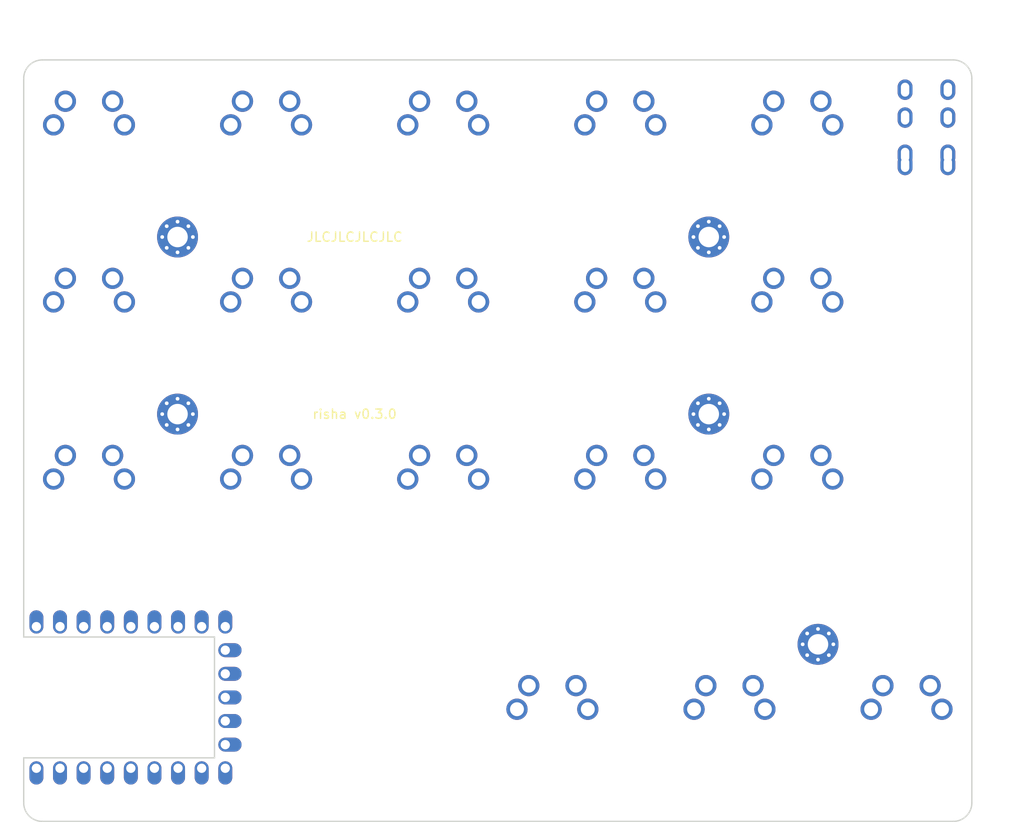
<source format=kicad_pcb>

            
(kicad_pcb (version 20171130) (host pcbnew 5.1.6)

  (page A3)
  (title_block
    (title risha)
    (rev v1.0.0)
    (company Unknown)
  )

  (general
    (thickness 1.6)
  )

  (layers
    (0 F.Cu signal)
    (31 B.Cu signal)
    (32 B.Adhes user)
    (33 F.Adhes user)
    (34 B.Paste user)
    (35 F.Paste user)
    (36 B.SilkS user)
    (37 F.SilkS user)
    (38 B.Mask user)
    (39 F.Mask user)
    (40 Dwgs.User user)
    (41 Cmts.User user)
    (42 Eco1.User user)
    (43 Eco2.User user)
    (44 Edge.Cuts user)
    (45 Margin user)
    (46 B.CrtYd user)
    (47 F.CrtYd user)
    (48 B.Fab user)
    (49 F.Fab user)
  )

  (setup
    (last_trace_width 0.25)
    (trace_clearance 0.2)
    (zone_clearance 0.508)
    (zone_45_only no)
    (trace_min 0.2)
    (via_size 0.8)
    (via_drill 0.4)
    (via_min_size 0.4)
    (via_min_drill 0.3)
    (uvia_size 0.3)
    (uvia_drill 0.1)
    (uvias_allowed no)
    (uvia_min_size 0.2)
    (uvia_min_drill 0.1)
    (edge_width 0.05)
    (segment_width 0.2)
    (pcb_text_width 0.3)
    (pcb_text_size 1.5 1.5)
    (mod_edge_width 0.12)
    (mod_text_size 1 1)
    (mod_text_width 0.15)
    (pad_size 1.524 1.524)
    (pad_drill 0.762)
    (pad_to_mask_clearance 0.05)
    (aux_axis_origin 0 0)
    (visible_elements FFFFFF7F)
    (pcbplotparams
      (layerselection 0x010fc_ffffffff)
      (usegerberextensions false)
      (usegerberattributes true)
      (usegerberadvancedattributes true)
      (creategerberjobfile true)
      (excludeedgelayer true)
      (linewidth 0.100000)
      (plotframeref false)
      (viasonmask false)
      (mode 1)
      (useauxorigin false)
      (hpglpennumber 1)
      (hpglpenspeed 20)
      (hpglpendiameter 15.000000)
      (psnegative false)
      (psa4output false)
      (plotreference true)
      (plotvalue true)
      (plotinvisibletext false)
      (padsonsilk false)
      (subtractmaskfromsilk false)
      (outputformat 1)
      (mirror false)
      (drillshape 1)
      (scaleselection 1)
      (outputdirectory ""))
  )

            (net 0 "")
(net 1 "matrix_pinky_bottom")
(net 2 "GND")
(net 3 "matrix_pinky_home")
(net 4 "matrix_pinky_top")
(net 5 "matrix_ring_bottom")
(net 6 "matrix_ring_home")
(net 7 "matrix_ring_top")
(net 8 "matrix_middle_bottom")
(net 9 "matrix_middle_home")
(net 10 "matrix_middle_top")
(net 11 "matrix_index_bottom")
(net 12 "matrix_index_home")
(net 13 "matrix_index_top")
(net 14 "matrix_inner_bottom")
(net 15 "matrix_inner_home")
(net 16 "matrix_inner_top")
(net 17 "thumbfan_near_home")
(net 18 "thumbfan_middle_home")
(net 19 "thumbfan_far_home")
(net 20 "GP12")
(net 21 "GP29")
(net 22 "3V3")
(net 23 "5V")
            
  (net_class Default "This is the default net class."
    (clearance 0.2)
    (trace_width 0.25)
    (via_dia 0.8)
    (via_drill 0.4)
    (uvia_dia 0.3)
    (uvia_drill 0.1)
    (add_net "")
(add_net "matrix_pinky_bottom")
(add_net "GND")
(add_net "matrix_pinky_home")
(add_net "matrix_pinky_top")
(add_net "matrix_ring_bottom")
(add_net "matrix_ring_home")
(add_net "matrix_ring_top")
(add_net "matrix_middle_bottom")
(add_net "matrix_middle_home")
(add_net "matrix_middle_top")
(add_net "matrix_index_bottom")
(add_net "matrix_index_home")
(add_net "matrix_index_top")
(add_net "matrix_inner_bottom")
(add_net "matrix_inner_home")
(add_net "matrix_inner_top")
(add_net "thumbfan_near_home")
(add_net "thumbfan_middle_home")
(add_net "thumbfan_far_home")
(add_net "GP12")
(add_net "GP29")
(add_net "3V3")
(add_net "5V")
  )

            
        
      (module MX (layer F.Cu) (tedit 5DD4F656)
      (at 152.4 152.4 0)

      
      (fp_text reference "S1" (at 0 0) (layer F.SilkS) hide (effects (font (size 1.27 1.27) (thickness 0.15))))
      (fp_text value "" (at 0 0) (layer F.SilkS) hide (effects (font (size 1.27 1.27) (thickness 0.15))))

      
      (fp_line (start -7 -6) (end -7 -7) (layer Dwgs.User) (width 0.15))
      (fp_line (start -7 7) (end -6 7) (layer Dwgs.User) (width 0.15))
      (fp_line (start -6 -7) (end -7 -7) (layer Dwgs.User) (width 0.15))
      (fp_line (start -7 7) (end -7 6) (layer Dwgs.User) (width 0.15))
      (fp_line (start 7 6) (end 7 7) (layer Dwgs.User) (width 0.15))
      (fp_line (start 7 -7) (end 6 -7) (layer Dwgs.User) (width 0.15))
      (fp_line (start 6 7) (end 7 7) (layer Dwgs.User) (width 0.15))
      (fp_line (start 7 -7) (end 7 -6) (layer Dwgs.User) (width 0.15))
    
      
      (pad "" np_thru_hole circle (at 0 0) (size 3.9878 3.9878) (drill 3.9878) (layers *.Cu *.Mask))

      
      (pad "" np_thru_hole circle (at 5.08 0) (size 1.7018 1.7018) (drill 1.7018) (layers *.Cu *.Mask))
      (pad "" np_thru_hole circle (at -5.08 0) (size 1.7018 1.7018) (drill 1.7018) (layers *.Cu *.Mask))
      
        
      
      (fp_line (start -9.5 -9.5) (end 9.5 -9.5) (layer Dwgs.User) (width 0.15))
      (fp_line (start 9.5 -9.5) (end 9.5 9.5) (layer Dwgs.User) (width 0.15))
      (fp_line (start 9.5 9.5) (end -9.5 9.5) (layer Dwgs.User) (width 0.15))
      (fp_line (start -9.5 9.5) (end -9.5 -9.5) (layer Dwgs.User) (width 0.15))
      
        
            
            (pad 1 thru_hole circle (at 2.54 -5.08) (size 2.286 2.286) (drill 1.4986) (layers *.Cu *.Mask) (net 1 "matrix_pinky_bottom"))
            (pad 2 thru_hole circle (at -3.81 -2.54) (size 2.286 2.286) (drill 1.4986) (layers *.Cu *.Mask) (net 2 "GND"))
          
        
            
            (pad 1 thru_hole circle (at -2.54 -5.08) (size 2.286 2.286) (drill 1.4986) (layers *.Cu *.Mask) (net 1 "matrix_pinky_bottom"))
            (pad 2 thru_hole circle (at 3.81 -2.54) (size 2.286 2.286) (drill 1.4986) (layers *.Cu *.Mask) (net 2 "GND"))
          )
        

        
      (module MX (layer F.Cu) (tedit 5DD4F656)
      (at 152.4 133.35 0)

      
      (fp_text reference "S2" (at 0 0) (layer F.SilkS) hide (effects (font (size 1.27 1.27) (thickness 0.15))))
      (fp_text value "" (at 0 0) (layer F.SilkS) hide (effects (font (size 1.27 1.27) (thickness 0.15))))

      
      (fp_line (start -7 -6) (end -7 -7) (layer Dwgs.User) (width 0.15))
      (fp_line (start -7 7) (end -6 7) (layer Dwgs.User) (width 0.15))
      (fp_line (start -6 -7) (end -7 -7) (layer Dwgs.User) (width 0.15))
      (fp_line (start -7 7) (end -7 6) (layer Dwgs.User) (width 0.15))
      (fp_line (start 7 6) (end 7 7) (layer Dwgs.User) (width 0.15))
      (fp_line (start 7 -7) (end 6 -7) (layer Dwgs.User) (width 0.15))
      (fp_line (start 6 7) (end 7 7) (layer Dwgs.User) (width 0.15))
      (fp_line (start 7 -7) (end 7 -6) (layer Dwgs.User) (width 0.15))
    
      
      (pad "" np_thru_hole circle (at 0 0) (size 3.9878 3.9878) (drill 3.9878) (layers *.Cu *.Mask))

      
      (pad "" np_thru_hole circle (at 5.08 0) (size 1.7018 1.7018) (drill 1.7018) (layers *.Cu *.Mask))
      (pad "" np_thru_hole circle (at -5.08 0) (size 1.7018 1.7018) (drill 1.7018) (layers *.Cu *.Mask))
      
        
      
      (fp_line (start -9.5 -9.5) (end 9.5 -9.5) (layer Dwgs.User) (width 0.15))
      (fp_line (start 9.5 -9.5) (end 9.5 9.5) (layer Dwgs.User) (width 0.15))
      (fp_line (start 9.5 9.5) (end -9.5 9.5) (layer Dwgs.User) (width 0.15))
      (fp_line (start -9.5 9.5) (end -9.5 -9.5) (layer Dwgs.User) (width 0.15))
      
        
            
            (pad 1 thru_hole circle (at 2.54 -5.08) (size 2.286 2.286) (drill 1.4986) (layers *.Cu *.Mask) (net 3 "matrix_pinky_home"))
            (pad 2 thru_hole circle (at -3.81 -2.54) (size 2.286 2.286) (drill 1.4986) (layers *.Cu *.Mask) (net 2 "GND"))
          
        
            
            (pad 1 thru_hole circle (at -2.54 -5.08) (size 2.286 2.286) (drill 1.4986) (layers *.Cu *.Mask) (net 3 "matrix_pinky_home"))
            (pad 2 thru_hole circle (at 3.81 -2.54) (size 2.286 2.286) (drill 1.4986) (layers *.Cu *.Mask) (net 2 "GND"))
          )
        

        
      (module MX (layer F.Cu) (tedit 5DD4F656)
      (at 152.4 114.3 0)

      
      (fp_text reference "S3" (at 0 0) (layer F.SilkS) hide (effects (font (size 1.27 1.27) (thickness 0.15))))
      (fp_text value "" (at 0 0) (layer F.SilkS) hide (effects (font (size 1.27 1.27) (thickness 0.15))))

      
      (fp_line (start -7 -6) (end -7 -7) (layer Dwgs.User) (width 0.15))
      (fp_line (start -7 7) (end -6 7) (layer Dwgs.User) (width 0.15))
      (fp_line (start -6 -7) (end -7 -7) (layer Dwgs.User) (width 0.15))
      (fp_line (start -7 7) (end -7 6) (layer Dwgs.User) (width 0.15))
      (fp_line (start 7 6) (end 7 7) (layer Dwgs.User) (width 0.15))
      (fp_line (start 7 -7) (end 6 -7) (layer Dwgs.User) (width 0.15))
      (fp_line (start 6 7) (end 7 7) (layer Dwgs.User) (width 0.15))
      (fp_line (start 7 -7) (end 7 -6) (layer Dwgs.User) (width 0.15))
    
      
      (pad "" np_thru_hole circle (at 0 0) (size 3.9878 3.9878) (drill 3.9878) (layers *.Cu *.Mask))

      
      (pad "" np_thru_hole circle (at 5.08 0) (size 1.7018 1.7018) (drill 1.7018) (layers *.Cu *.Mask))
      (pad "" np_thru_hole circle (at -5.08 0) (size 1.7018 1.7018) (drill 1.7018) (layers *.Cu *.Mask))
      
        
      
      (fp_line (start -9.5 -9.5) (end 9.5 -9.5) (layer Dwgs.User) (width 0.15))
      (fp_line (start 9.5 -9.5) (end 9.5 9.5) (layer Dwgs.User) (width 0.15))
      (fp_line (start 9.5 9.5) (end -9.5 9.5) (layer Dwgs.User) (width 0.15))
      (fp_line (start -9.5 9.5) (end -9.5 -9.5) (layer Dwgs.User) (width 0.15))
      
        
            
            (pad 1 thru_hole circle (at 2.54 -5.08) (size 2.286 2.286) (drill 1.4986) (layers *.Cu *.Mask) (net 4 "matrix_pinky_top"))
            (pad 2 thru_hole circle (at -3.81 -2.54) (size 2.286 2.286) (drill 1.4986) (layers *.Cu *.Mask) (net 2 "GND"))
          
        
            
            (pad 1 thru_hole circle (at -2.54 -5.08) (size 2.286 2.286) (drill 1.4986) (layers *.Cu *.Mask) (net 4 "matrix_pinky_top"))
            (pad 2 thru_hole circle (at 3.81 -2.54) (size 2.286 2.286) (drill 1.4986) (layers *.Cu *.Mask) (net 2 "GND"))
          )
        

        
      (module MX (layer F.Cu) (tedit 5DD4F656)
      (at 171.45000000000002 152.4 0)

      
      (fp_text reference "S4" (at 0 0) (layer F.SilkS) hide (effects (font (size 1.27 1.27) (thickness 0.15))))
      (fp_text value "" (at 0 0) (layer F.SilkS) hide (effects (font (size 1.27 1.27) (thickness 0.15))))

      
      (fp_line (start -7 -6) (end -7 -7) (layer Dwgs.User) (width 0.15))
      (fp_line (start -7 7) (end -6 7) (layer Dwgs.User) (width 0.15))
      (fp_line (start -6 -7) (end -7 -7) (layer Dwgs.User) (width 0.15))
      (fp_line (start -7 7) (end -7 6) (layer Dwgs.User) (width 0.15))
      (fp_line (start 7 6) (end 7 7) (layer Dwgs.User) (width 0.15))
      (fp_line (start 7 -7) (end 6 -7) (layer Dwgs.User) (width 0.15))
      (fp_line (start 6 7) (end 7 7) (layer Dwgs.User) (width 0.15))
      (fp_line (start 7 -7) (end 7 -6) (layer Dwgs.User) (width 0.15))
    
      
      (pad "" np_thru_hole circle (at 0 0) (size 3.9878 3.9878) (drill 3.9878) (layers *.Cu *.Mask))

      
      (pad "" np_thru_hole circle (at 5.08 0) (size 1.7018 1.7018) (drill 1.7018) (layers *.Cu *.Mask))
      (pad "" np_thru_hole circle (at -5.08 0) (size 1.7018 1.7018) (drill 1.7018) (layers *.Cu *.Mask))
      
        
      
      (fp_line (start -9.5 -9.5) (end 9.5 -9.5) (layer Dwgs.User) (width 0.15))
      (fp_line (start 9.5 -9.5) (end 9.5 9.5) (layer Dwgs.User) (width 0.15))
      (fp_line (start 9.5 9.5) (end -9.5 9.5) (layer Dwgs.User) (width 0.15))
      (fp_line (start -9.5 9.5) (end -9.5 -9.5) (layer Dwgs.User) (width 0.15))
      
        
            
            (pad 1 thru_hole circle (at 2.54 -5.08) (size 2.286 2.286) (drill 1.4986) (layers *.Cu *.Mask) (net 5 "matrix_ring_bottom"))
            (pad 2 thru_hole circle (at -3.81 -2.54) (size 2.286 2.286) (drill 1.4986) (layers *.Cu *.Mask) (net 2 "GND"))
          
        
            
            (pad 1 thru_hole circle (at -2.54 -5.08) (size 2.286 2.286) (drill 1.4986) (layers *.Cu *.Mask) (net 5 "matrix_ring_bottom"))
            (pad 2 thru_hole circle (at 3.81 -2.54) (size 2.286 2.286) (drill 1.4986) (layers *.Cu *.Mask) (net 2 "GND"))
          )
        

        
      (module MX (layer F.Cu) (tedit 5DD4F656)
      (at 171.45000000000002 133.35 0)

      
      (fp_text reference "S5" (at 0 0) (layer F.SilkS) hide (effects (font (size 1.27 1.27) (thickness 0.15))))
      (fp_text value "" (at 0 0) (layer F.SilkS) hide (effects (font (size 1.27 1.27) (thickness 0.15))))

      
      (fp_line (start -7 -6) (end -7 -7) (layer Dwgs.User) (width 0.15))
      (fp_line (start -7 7) (end -6 7) (layer Dwgs.User) (width 0.15))
      (fp_line (start -6 -7) (end -7 -7) (layer Dwgs.User) (width 0.15))
      (fp_line (start -7 7) (end -7 6) (layer Dwgs.User) (width 0.15))
      (fp_line (start 7 6) (end 7 7) (layer Dwgs.User) (width 0.15))
      (fp_line (start 7 -7) (end 6 -7) (layer Dwgs.User) (width 0.15))
      (fp_line (start 6 7) (end 7 7) (layer Dwgs.User) (width 0.15))
      (fp_line (start 7 -7) (end 7 -6) (layer Dwgs.User) (width 0.15))
    
      
      (pad "" np_thru_hole circle (at 0 0) (size 3.9878 3.9878) (drill 3.9878) (layers *.Cu *.Mask))

      
      (pad "" np_thru_hole circle (at 5.08 0) (size 1.7018 1.7018) (drill 1.7018) (layers *.Cu *.Mask))
      (pad "" np_thru_hole circle (at -5.08 0) (size 1.7018 1.7018) (drill 1.7018) (layers *.Cu *.Mask))
      
        
      
      (fp_line (start -9.5 -9.5) (end 9.5 -9.5) (layer Dwgs.User) (width 0.15))
      (fp_line (start 9.5 -9.5) (end 9.5 9.5) (layer Dwgs.User) (width 0.15))
      (fp_line (start 9.5 9.5) (end -9.5 9.5) (layer Dwgs.User) (width 0.15))
      (fp_line (start -9.5 9.5) (end -9.5 -9.5) (layer Dwgs.User) (width 0.15))
      
        
            
            (pad 1 thru_hole circle (at 2.54 -5.08) (size 2.286 2.286) (drill 1.4986) (layers *.Cu *.Mask) (net 6 "matrix_ring_home"))
            (pad 2 thru_hole circle (at -3.81 -2.54) (size 2.286 2.286) (drill 1.4986) (layers *.Cu *.Mask) (net 2 "GND"))
          
        
            
            (pad 1 thru_hole circle (at -2.54 -5.08) (size 2.286 2.286) (drill 1.4986) (layers *.Cu *.Mask) (net 6 "matrix_ring_home"))
            (pad 2 thru_hole circle (at 3.81 -2.54) (size 2.286 2.286) (drill 1.4986) (layers *.Cu *.Mask) (net 2 "GND"))
          )
        

        
      (module MX (layer F.Cu) (tedit 5DD4F656)
      (at 171.45000000000002 114.3 0)

      
      (fp_text reference "S6" (at 0 0) (layer F.SilkS) hide (effects (font (size 1.27 1.27) (thickness 0.15))))
      (fp_text value "" (at 0 0) (layer F.SilkS) hide (effects (font (size 1.27 1.27) (thickness 0.15))))

      
      (fp_line (start -7 -6) (end -7 -7) (layer Dwgs.User) (width 0.15))
      (fp_line (start -7 7) (end -6 7) (layer Dwgs.User) (width 0.15))
      (fp_line (start -6 -7) (end -7 -7) (layer Dwgs.User) (width 0.15))
      (fp_line (start -7 7) (end -7 6) (layer Dwgs.User) (width 0.15))
      (fp_line (start 7 6) (end 7 7) (layer Dwgs.User) (width 0.15))
      (fp_line (start 7 -7) (end 6 -7) (layer Dwgs.User) (width 0.15))
      (fp_line (start 6 7) (end 7 7) (layer Dwgs.User) (width 0.15))
      (fp_line (start 7 -7) (end 7 -6) (layer Dwgs.User) (width 0.15))
    
      
      (pad "" np_thru_hole circle (at 0 0) (size 3.9878 3.9878) (drill 3.9878) (layers *.Cu *.Mask))

      
      (pad "" np_thru_hole circle (at 5.08 0) (size 1.7018 1.7018) (drill 1.7018) (layers *.Cu *.Mask))
      (pad "" np_thru_hole circle (at -5.08 0) (size 1.7018 1.7018) (drill 1.7018) (layers *.Cu *.Mask))
      
        
      
      (fp_line (start -9.5 -9.5) (end 9.5 -9.5) (layer Dwgs.User) (width 0.15))
      (fp_line (start 9.5 -9.5) (end 9.5 9.5) (layer Dwgs.User) (width 0.15))
      (fp_line (start 9.5 9.5) (end -9.5 9.5) (layer Dwgs.User) (width 0.15))
      (fp_line (start -9.5 9.5) (end -9.5 -9.5) (layer Dwgs.User) (width 0.15))
      
        
            
            (pad 1 thru_hole circle (at 2.54 -5.08) (size 2.286 2.286) (drill 1.4986) (layers *.Cu *.Mask) (net 7 "matrix_ring_top"))
            (pad 2 thru_hole circle (at -3.81 -2.54) (size 2.286 2.286) (drill 1.4986) (layers *.Cu *.Mask) (net 2 "GND"))
          
        
            
            (pad 1 thru_hole circle (at -2.54 -5.08) (size 2.286 2.286) (drill 1.4986) (layers *.Cu *.Mask) (net 7 "matrix_ring_top"))
            (pad 2 thru_hole circle (at 3.81 -2.54) (size 2.286 2.286) (drill 1.4986) (layers *.Cu *.Mask) (net 2 "GND"))
          )
        

        
      (module MX (layer F.Cu) (tedit 5DD4F656)
      (at 190.5 152.4 0)

      
      (fp_text reference "S7" (at 0 0) (layer F.SilkS) hide (effects (font (size 1.27 1.27) (thickness 0.15))))
      (fp_text value "" (at 0 0) (layer F.SilkS) hide (effects (font (size 1.27 1.27) (thickness 0.15))))

      
      (fp_line (start -7 -6) (end -7 -7) (layer Dwgs.User) (width 0.15))
      (fp_line (start -7 7) (end -6 7) (layer Dwgs.User) (width 0.15))
      (fp_line (start -6 -7) (end -7 -7) (layer Dwgs.User) (width 0.15))
      (fp_line (start -7 7) (end -7 6) (layer Dwgs.User) (width 0.15))
      (fp_line (start 7 6) (end 7 7) (layer Dwgs.User) (width 0.15))
      (fp_line (start 7 -7) (end 6 -7) (layer Dwgs.User) (width 0.15))
      (fp_line (start 6 7) (end 7 7) (layer Dwgs.User) (width 0.15))
      (fp_line (start 7 -7) (end 7 -6) (layer Dwgs.User) (width 0.15))
    
      
      (pad "" np_thru_hole circle (at 0 0) (size 3.9878 3.9878) (drill 3.9878) (layers *.Cu *.Mask))

      
      (pad "" np_thru_hole circle (at 5.08 0) (size 1.7018 1.7018) (drill 1.7018) (layers *.Cu *.Mask))
      (pad "" np_thru_hole circle (at -5.08 0) (size 1.7018 1.7018) (drill 1.7018) (layers *.Cu *.Mask))
      
        
      
      (fp_line (start -9.5 -9.5) (end 9.5 -9.5) (layer Dwgs.User) (width 0.15))
      (fp_line (start 9.5 -9.5) (end 9.5 9.5) (layer Dwgs.User) (width 0.15))
      (fp_line (start 9.5 9.5) (end -9.5 9.5) (layer Dwgs.User) (width 0.15))
      (fp_line (start -9.5 9.5) (end -9.5 -9.5) (layer Dwgs.User) (width 0.15))
      
        
            
            (pad 1 thru_hole circle (at 2.54 -5.08) (size 2.286 2.286) (drill 1.4986) (layers *.Cu *.Mask) (net 8 "matrix_middle_bottom"))
            (pad 2 thru_hole circle (at -3.81 -2.54) (size 2.286 2.286) (drill 1.4986) (layers *.Cu *.Mask) (net 2 "GND"))
          
        
            
            (pad 1 thru_hole circle (at -2.54 -5.08) (size 2.286 2.286) (drill 1.4986) (layers *.Cu *.Mask) (net 8 "matrix_middle_bottom"))
            (pad 2 thru_hole circle (at 3.81 -2.54) (size 2.286 2.286) (drill 1.4986) (layers *.Cu *.Mask) (net 2 "GND"))
          )
        

        
      (module MX (layer F.Cu) (tedit 5DD4F656)
      (at 190.5 133.35 0)

      
      (fp_text reference "S8" (at 0 0) (layer F.SilkS) hide (effects (font (size 1.27 1.27) (thickness 0.15))))
      (fp_text value "" (at 0 0) (layer F.SilkS) hide (effects (font (size 1.27 1.27) (thickness 0.15))))

      
      (fp_line (start -7 -6) (end -7 -7) (layer Dwgs.User) (width 0.15))
      (fp_line (start -7 7) (end -6 7) (layer Dwgs.User) (width 0.15))
      (fp_line (start -6 -7) (end -7 -7) (layer Dwgs.User) (width 0.15))
      (fp_line (start -7 7) (end -7 6) (layer Dwgs.User) (width 0.15))
      (fp_line (start 7 6) (end 7 7) (layer Dwgs.User) (width 0.15))
      (fp_line (start 7 -7) (end 6 -7) (layer Dwgs.User) (width 0.15))
      (fp_line (start 6 7) (end 7 7) (layer Dwgs.User) (width 0.15))
      (fp_line (start 7 -7) (end 7 -6) (layer Dwgs.User) (width 0.15))
    
      
      (pad "" np_thru_hole circle (at 0 0) (size 3.9878 3.9878) (drill 3.9878) (layers *.Cu *.Mask))

      
      (pad "" np_thru_hole circle (at 5.08 0) (size 1.7018 1.7018) (drill 1.7018) (layers *.Cu *.Mask))
      (pad "" np_thru_hole circle (at -5.08 0) (size 1.7018 1.7018) (drill 1.7018) (layers *.Cu *.Mask))
      
        
      
      (fp_line (start -9.5 -9.5) (end 9.5 -9.5) (layer Dwgs.User) (width 0.15))
      (fp_line (start 9.5 -9.5) (end 9.5 9.5) (layer Dwgs.User) (width 0.15))
      (fp_line (start 9.5 9.5) (end -9.5 9.5) (layer Dwgs.User) (width 0.15))
      (fp_line (start -9.5 9.5) (end -9.5 -9.5) (layer Dwgs.User) (width 0.15))
      
        
            
            (pad 1 thru_hole circle (at 2.54 -5.08) (size 2.286 2.286) (drill 1.4986) (layers *.Cu *.Mask) (net 9 "matrix_middle_home"))
            (pad 2 thru_hole circle (at -3.81 -2.54) (size 2.286 2.286) (drill 1.4986) (layers *.Cu *.Mask) (net 2 "GND"))
          
        
            
            (pad 1 thru_hole circle (at -2.54 -5.08) (size 2.286 2.286) (drill 1.4986) (layers *.Cu *.Mask) (net 9 "matrix_middle_home"))
            (pad 2 thru_hole circle (at 3.81 -2.54) (size 2.286 2.286) (drill 1.4986) (layers *.Cu *.Mask) (net 2 "GND"))
          )
        

        
      (module MX (layer F.Cu) (tedit 5DD4F656)
      (at 190.5 114.3 0)

      
      (fp_text reference "S9" (at 0 0) (layer F.SilkS) hide (effects (font (size 1.27 1.27) (thickness 0.15))))
      (fp_text value "" (at 0 0) (layer F.SilkS) hide (effects (font (size 1.27 1.27) (thickness 0.15))))

      
      (fp_line (start -7 -6) (end -7 -7) (layer Dwgs.User) (width 0.15))
      (fp_line (start -7 7) (end -6 7) (layer Dwgs.User) (width 0.15))
      (fp_line (start -6 -7) (end -7 -7) (layer Dwgs.User) (width 0.15))
      (fp_line (start -7 7) (end -7 6) (layer Dwgs.User) (width 0.15))
      (fp_line (start 7 6) (end 7 7) (layer Dwgs.User) (width 0.15))
      (fp_line (start 7 -7) (end 6 -7) (layer Dwgs.User) (width 0.15))
      (fp_line (start 6 7) (end 7 7) (layer Dwgs.User) (width 0.15))
      (fp_line (start 7 -7) (end 7 -6) (layer Dwgs.User) (width 0.15))
    
      
      (pad "" np_thru_hole circle (at 0 0) (size 3.9878 3.9878) (drill 3.9878) (layers *.Cu *.Mask))

      
      (pad "" np_thru_hole circle (at 5.08 0) (size 1.7018 1.7018) (drill 1.7018) (layers *.Cu *.Mask))
      (pad "" np_thru_hole circle (at -5.08 0) (size 1.7018 1.7018) (drill 1.7018) (layers *.Cu *.Mask))
      
        
      
      (fp_line (start -9.5 -9.5) (end 9.5 -9.5) (layer Dwgs.User) (width 0.15))
      (fp_line (start 9.5 -9.5) (end 9.5 9.5) (layer Dwgs.User) (width 0.15))
      (fp_line (start 9.5 9.5) (end -9.5 9.5) (layer Dwgs.User) (width 0.15))
      (fp_line (start -9.5 9.5) (end -9.5 -9.5) (layer Dwgs.User) (width 0.15))
      
        
            
            (pad 1 thru_hole circle (at 2.54 -5.08) (size 2.286 2.286) (drill 1.4986) (layers *.Cu *.Mask) (net 10 "matrix_middle_top"))
            (pad 2 thru_hole circle (at -3.81 -2.54) (size 2.286 2.286) (drill 1.4986) (layers *.Cu *.Mask) (net 2 "GND"))
          
        
            
            (pad 1 thru_hole circle (at -2.54 -5.08) (size 2.286 2.286) (drill 1.4986) (layers *.Cu *.Mask) (net 10 "matrix_middle_top"))
            (pad 2 thru_hole circle (at 3.81 -2.54) (size 2.286 2.286) (drill 1.4986) (layers *.Cu *.Mask) (net 2 "GND"))
          )
        

        
      (module MX (layer F.Cu) (tedit 5DD4F656)
      (at 209.55 152.4 0)

      
      (fp_text reference "S10" (at 0 0) (layer F.SilkS) hide (effects (font (size 1.27 1.27) (thickness 0.15))))
      (fp_text value "" (at 0 0) (layer F.SilkS) hide (effects (font (size 1.27 1.27) (thickness 0.15))))

      
      (fp_line (start -7 -6) (end -7 -7) (layer Dwgs.User) (width 0.15))
      (fp_line (start -7 7) (end -6 7) (layer Dwgs.User) (width 0.15))
      (fp_line (start -6 -7) (end -7 -7) (layer Dwgs.User) (width 0.15))
      (fp_line (start -7 7) (end -7 6) (layer Dwgs.User) (width 0.15))
      (fp_line (start 7 6) (end 7 7) (layer Dwgs.User) (width 0.15))
      (fp_line (start 7 -7) (end 6 -7) (layer Dwgs.User) (width 0.15))
      (fp_line (start 6 7) (end 7 7) (layer Dwgs.User) (width 0.15))
      (fp_line (start 7 -7) (end 7 -6) (layer Dwgs.User) (width 0.15))
    
      
      (pad "" np_thru_hole circle (at 0 0) (size 3.9878 3.9878) (drill 3.9878) (layers *.Cu *.Mask))

      
      (pad "" np_thru_hole circle (at 5.08 0) (size 1.7018 1.7018) (drill 1.7018) (layers *.Cu *.Mask))
      (pad "" np_thru_hole circle (at -5.08 0) (size 1.7018 1.7018) (drill 1.7018) (layers *.Cu *.Mask))
      
        
      
      (fp_line (start -9.5 -9.5) (end 9.5 -9.5) (layer Dwgs.User) (width 0.15))
      (fp_line (start 9.5 -9.5) (end 9.5 9.5) (layer Dwgs.User) (width 0.15))
      (fp_line (start 9.5 9.5) (end -9.5 9.5) (layer Dwgs.User) (width 0.15))
      (fp_line (start -9.5 9.5) (end -9.5 -9.5) (layer Dwgs.User) (width 0.15))
      
        
            
            (pad 1 thru_hole circle (at 2.54 -5.08) (size 2.286 2.286) (drill 1.4986) (layers *.Cu *.Mask) (net 11 "matrix_index_bottom"))
            (pad 2 thru_hole circle (at -3.81 -2.54) (size 2.286 2.286) (drill 1.4986) (layers *.Cu *.Mask) (net 2 "GND"))
          
        
            
            (pad 1 thru_hole circle (at -2.54 -5.08) (size 2.286 2.286) (drill 1.4986) (layers *.Cu *.Mask) (net 11 "matrix_index_bottom"))
            (pad 2 thru_hole circle (at 3.81 -2.54) (size 2.286 2.286) (drill 1.4986) (layers *.Cu *.Mask) (net 2 "GND"))
          )
        

        
      (module MX (layer F.Cu) (tedit 5DD4F656)
      (at 209.55 133.35 0)

      
      (fp_text reference "S11" (at 0 0) (layer F.SilkS) hide (effects (font (size 1.27 1.27) (thickness 0.15))))
      (fp_text value "" (at 0 0) (layer F.SilkS) hide (effects (font (size 1.27 1.27) (thickness 0.15))))

      
      (fp_line (start -7 -6) (end -7 -7) (layer Dwgs.User) (width 0.15))
      (fp_line (start -7 7) (end -6 7) (layer Dwgs.User) (width 0.15))
      (fp_line (start -6 -7) (end -7 -7) (layer Dwgs.User) (width 0.15))
      (fp_line (start -7 7) (end -7 6) (layer Dwgs.User) (width 0.15))
      (fp_line (start 7 6) (end 7 7) (layer Dwgs.User) (width 0.15))
      (fp_line (start 7 -7) (end 6 -7) (layer Dwgs.User) (width 0.15))
      (fp_line (start 6 7) (end 7 7) (layer Dwgs.User) (width 0.15))
      (fp_line (start 7 -7) (end 7 -6) (layer Dwgs.User) (width 0.15))
    
      
      (pad "" np_thru_hole circle (at 0 0) (size 3.9878 3.9878) (drill 3.9878) (layers *.Cu *.Mask))

      
      (pad "" np_thru_hole circle (at 5.08 0) (size 1.7018 1.7018) (drill 1.7018) (layers *.Cu *.Mask))
      (pad "" np_thru_hole circle (at -5.08 0) (size 1.7018 1.7018) (drill 1.7018) (layers *.Cu *.Mask))
      
        
      
      (fp_line (start -9.5 -9.5) (end 9.5 -9.5) (layer Dwgs.User) (width 0.15))
      (fp_line (start 9.5 -9.5) (end 9.5 9.5) (layer Dwgs.User) (width 0.15))
      (fp_line (start 9.5 9.5) (end -9.5 9.5) (layer Dwgs.User) (width 0.15))
      (fp_line (start -9.5 9.5) (end -9.5 -9.5) (layer Dwgs.User) (width 0.15))
      
        
            
            (pad 1 thru_hole circle (at 2.54 -5.08) (size 2.286 2.286) (drill 1.4986) (layers *.Cu *.Mask) (net 12 "matrix_index_home"))
            (pad 2 thru_hole circle (at -3.81 -2.54) (size 2.286 2.286) (drill 1.4986) (layers *.Cu *.Mask) (net 2 "GND"))
          
        
            
            (pad 1 thru_hole circle (at -2.54 -5.08) (size 2.286 2.286) (drill 1.4986) (layers *.Cu *.Mask) (net 12 "matrix_index_home"))
            (pad 2 thru_hole circle (at 3.81 -2.54) (size 2.286 2.286) (drill 1.4986) (layers *.Cu *.Mask) (net 2 "GND"))
          )
        

        
      (module MX (layer F.Cu) (tedit 5DD4F656)
      (at 209.55 114.3 0)

      
      (fp_text reference "S12" (at 0 0) (layer F.SilkS) hide (effects (font (size 1.27 1.27) (thickness 0.15))))
      (fp_text value "" (at 0 0) (layer F.SilkS) hide (effects (font (size 1.27 1.27) (thickness 0.15))))

      
      (fp_line (start -7 -6) (end -7 -7) (layer Dwgs.User) (width 0.15))
      (fp_line (start -7 7) (end -6 7) (layer Dwgs.User) (width 0.15))
      (fp_line (start -6 -7) (end -7 -7) (layer Dwgs.User) (width 0.15))
      (fp_line (start -7 7) (end -7 6) (layer Dwgs.User) (width 0.15))
      (fp_line (start 7 6) (end 7 7) (layer Dwgs.User) (width 0.15))
      (fp_line (start 7 -7) (end 6 -7) (layer Dwgs.User) (width 0.15))
      (fp_line (start 6 7) (end 7 7) (layer Dwgs.User) (width 0.15))
      (fp_line (start 7 -7) (end 7 -6) (layer Dwgs.User) (width 0.15))
    
      
      (pad "" np_thru_hole circle (at 0 0) (size 3.9878 3.9878) (drill 3.9878) (layers *.Cu *.Mask))

      
      (pad "" np_thru_hole circle (at 5.08 0) (size 1.7018 1.7018) (drill 1.7018) (layers *.Cu *.Mask))
      (pad "" np_thru_hole circle (at -5.08 0) (size 1.7018 1.7018) (drill 1.7018) (layers *.Cu *.Mask))
      
        
      
      (fp_line (start -9.5 -9.5) (end 9.5 -9.5) (layer Dwgs.User) (width 0.15))
      (fp_line (start 9.5 -9.5) (end 9.5 9.5) (layer Dwgs.User) (width 0.15))
      (fp_line (start 9.5 9.5) (end -9.5 9.5) (layer Dwgs.User) (width 0.15))
      (fp_line (start -9.5 9.5) (end -9.5 -9.5) (layer Dwgs.User) (width 0.15))
      
        
            
            (pad 1 thru_hole circle (at 2.54 -5.08) (size 2.286 2.286) (drill 1.4986) (layers *.Cu *.Mask) (net 13 "matrix_index_top"))
            (pad 2 thru_hole circle (at -3.81 -2.54) (size 2.286 2.286) (drill 1.4986) (layers *.Cu *.Mask) (net 2 "GND"))
          
        
            
            (pad 1 thru_hole circle (at -2.54 -5.08) (size 2.286 2.286) (drill 1.4986) (layers *.Cu *.Mask) (net 13 "matrix_index_top"))
            (pad 2 thru_hole circle (at 3.81 -2.54) (size 2.286 2.286) (drill 1.4986) (layers *.Cu *.Mask) (net 2 "GND"))
          )
        

        
      (module MX (layer F.Cu) (tedit 5DD4F656)
      (at 228.60000000000002 152.4 0)

      
      (fp_text reference "S13" (at 0 0) (layer F.SilkS) hide (effects (font (size 1.27 1.27) (thickness 0.15))))
      (fp_text value "" (at 0 0) (layer F.SilkS) hide (effects (font (size 1.27 1.27) (thickness 0.15))))

      
      (fp_line (start -7 -6) (end -7 -7) (layer Dwgs.User) (width 0.15))
      (fp_line (start -7 7) (end -6 7) (layer Dwgs.User) (width 0.15))
      (fp_line (start -6 -7) (end -7 -7) (layer Dwgs.User) (width 0.15))
      (fp_line (start -7 7) (end -7 6) (layer Dwgs.User) (width 0.15))
      (fp_line (start 7 6) (end 7 7) (layer Dwgs.User) (width 0.15))
      (fp_line (start 7 -7) (end 6 -7) (layer Dwgs.User) (width 0.15))
      (fp_line (start 6 7) (end 7 7) (layer Dwgs.User) (width 0.15))
      (fp_line (start 7 -7) (end 7 -6) (layer Dwgs.User) (width 0.15))
    
      
      (pad "" np_thru_hole circle (at 0 0) (size 3.9878 3.9878) (drill 3.9878) (layers *.Cu *.Mask))

      
      (pad "" np_thru_hole circle (at 5.08 0) (size 1.7018 1.7018) (drill 1.7018) (layers *.Cu *.Mask))
      (pad "" np_thru_hole circle (at -5.08 0) (size 1.7018 1.7018) (drill 1.7018) (layers *.Cu *.Mask))
      
        
      
      (fp_line (start -9.5 -9.5) (end 9.5 -9.5) (layer Dwgs.User) (width 0.15))
      (fp_line (start 9.5 -9.5) (end 9.5 9.5) (layer Dwgs.User) (width 0.15))
      (fp_line (start 9.5 9.5) (end -9.5 9.5) (layer Dwgs.User) (width 0.15))
      (fp_line (start -9.5 9.5) (end -9.5 -9.5) (layer Dwgs.User) (width 0.15))
      
        
            
            (pad 1 thru_hole circle (at 2.54 -5.08) (size 2.286 2.286) (drill 1.4986) (layers *.Cu *.Mask) (net 14 "matrix_inner_bottom"))
            (pad 2 thru_hole circle (at -3.81 -2.54) (size 2.286 2.286) (drill 1.4986) (layers *.Cu *.Mask) (net 2 "GND"))
          
        
            
            (pad 1 thru_hole circle (at -2.54 -5.08) (size 2.286 2.286) (drill 1.4986) (layers *.Cu *.Mask) (net 14 "matrix_inner_bottom"))
            (pad 2 thru_hole circle (at 3.81 -2.54) (size 2.286 2.286) (drill 1.4986) (layers *.Cu *.Mask) (net 2 "GND"))
          )
        

        
      (module MX (layer F.Cu) (tedit 5DD4F656)
      (at 228.60000000000002 133.35 0)

      
      (fp_text reference "S14" (at 0 0) (layer F.SilkS) hide (effects (font (size 1.27 1.27) (thickness 0.15))))
      (fp_text value "" (at 0 0) (layer F.SilkS) hide (effects (font (size 1.27 1.27) (thickness 0.15))))

      
      (fp_line (start -7 -6) (end -7 -7) (layer Dwgs.User) (width 0.15))
      (fp_line (start -7 7) (end -6 7) (layer Dwgs.User) (width 0.15))
      (fp_line (start -6 -7) (end -7 -7) (layer Dwgs.User) (width 0.15))
      (fp_line (start -7 7) (end -7 6) (layer Dwgs.User) (width 0.15))
      (fp_line (start 7 6) (end 7 7) (layer Dwgs.User) (width 0.15))
      (fp_line (start 7 -7) (end 6 -7) (layer Dwgs.User) (width 0.15))
      (fp_line (start 6 7) (end 7 7) (layer Dwgs.User) (width 0.15))
      (fp_line (start 7 -7) (end 7 -6) (layer Dwgs.User) (width 0.15))
    
      
      (pad "" np_thru_hole circle (at 0 0) (size 3.9878 3.9878) (drill 3.9878) (layers *.Cu *.Mask))

      
      (pad "" np_thru_hole circle (at 5.08 0) (size 1.7018 1.7018) (drill 1.7018) (layers *.Cu *.Mask))
      (pad "" np_thru_hole circle (at -5.08 0) (size 1.7018 1.7018) (drill 1.7018) (layers *.Cu *.Mask))
      
        
      
      (fp_line (start -9.5 -9.5) (end 9.5 -9.5) (layer Dwgs.User) (width 0.15))
      (fp_line (start 9.5 -9.5) (end 9.5 9.5) (layer Dwgs.User) (width 0.15))
      (fp_line (start 9.5 9.5) (end -9.5 9.5) (layer Dwgs.User) (width 0.15))
      (fp_line (start -9.5 9.5) (end -9.5 -9.5) (layer Dwgs.User) (width 0.15))
      
        
            
            (pad 1 thru_hole circle (at 2.54 -5.08) (size 2.286 2.286) (drill 1.4986) (layers *.Cu *.Mask) (net 15 "matrix_inner_home"))
            (pad 2 thru_hole circle (at -3.81 -2.54) (size 2.286 2.286) (drill 1.4986) (layers *.Cu *.Mask) (net 2 "GND"))
          
        
            
            (pad 1 thru_hole circle (at -2.54 -5.08) (size 2.286 2.286) (drill 1.4986) (layers *.Cu *.Mask) (net 15 "matrix_inner_home"))
            (pad 2 thru_hole circle (at 3.81 -2.54) (size 2.286 2.286) (drill 1.4986) (layers *.Cu *.Mask) (net 2 "GND"))
          )
        

        
      (module MX (layer F.Cu) (tedit 5DD4F656)
      (at 228.60000000000002 114.3 0)

      
      (fp_text reference "S15" (at 0 0) (layer F.SilkS) hide (effects (font (size 1.27 1.27) (thickness 0.15))))
      (fp_text value "" (at 0 0) (layer F.SilkS) hide (effects (font (size 1.27 1.27) (thickness 0.15))))

      
      (fp_line (start -7 -6) (end -7 -7) (layer Dwgs.User) (width 0.15))
      (fp_line (start -7 7) (end -6 7) (layer Dwgs.User) (width 0.15))
      (fp_line (start -6 -7) (end -7 -7) (layer Dwgs.User) (width 0.15))
      (fp_line (start -7 7) (end -7 6) (layer Dwgs.User) (width 0.15))
      (fp_line (start 7 6) (end 7 7) (layer Dwgs.User) (width 0.15))
      (fp_line (start 7 -7) (end 6 -7) (layer Dwgs.User) (width 0.15))
      (fp_line (start 6 7) (end 7 7) (layer Dwgs.User) (width 0.15))
      (fp_line (start 7 -7) (end 7 -6) (layer Dwgs.User) (width 0.15))
    
      
      (pad "" np_thru_hole circle (at 0 0) (size 3.9878 3.9878) (drill 3.9878) (layers *.Cu *.Mask))

      
      (pad "" np_thru_hole circle (at 5.08 0) (size 1.7018 1.7018) (drill 1.7018) (layers *.Cu *.Mask))
      (pad "" np_thru_hole circle (at -5.08 0) (size 1.7018 1.7018) (drill 1.7018) (layers *.Cu *.Mask))
      
        
      
      (fp_line (start -9.5 -9.5) (end 9.5 -9.5) (layer Dwgs.User) (width 0.15))
      (fp_line (start 9.5 -9.5) (end 9.5 9.5) (layer Dwgs.User) (width 0.15))
      (fp_line (start 9.5 9.5) (end -9.5 9.5) (layer Dwgs.User) (width 0.15))
      (fp_line (start -9.5 9.5) (end -9.5 -9.5) (layer Dwgs.User) (width 0.15))
      
        
            
            (pad 1 thru_hole circle (at 2.54 -5.08) (size 2.286 2.286) (drill 1.4986) (layers *.Cu *.Mask) (net 16 "matrix_inner_top"))
            (pad 2 thru_hole circle (at -3.81 -2.54) (size 2.286 2.286) (drill 1.4986) (layers *.Cu *.Mask) (net 2 "GND"))
          
        
            
            (pad 1 thru_hole circle (at -2.54 -5.08) (size 2.286 2.286) (drill 1.4986) (layers *.Cu *.Mask) (net 16 "matrix_inner_top"))
            (pad 2 thru_hole circle (at 3.81 -2.54) (size 2.286 2.286) (drill 1.4986) (layers *.Cu *.Mask) (net 2 "GND"))
          )
        

        
      (module MX (layer F.Cu) (tedit 5DD4F656)
      (at 202.25 177.16500000000002 0)

      
      (fp_text reference "S16" (at 0 0) (layer F.SilkS) hide (effects (font (size 1.27 1.27) (thickness 0.15))))
      (fp_text value "" (at 0 0) (layer F.SilkS) hide (effects (font (size 1.27 1.27) (thickness 0.15))))

      
      (fp_line (start -7 -6) (end -7 -7) (layer Dwgs.User) (width 0.15))
      (fp_line (start -7 7) (end -6 7) (layer Dwgs.User) (width 0.15))
      (fp_line (start -6 -7) (end -7 -7) (layer Dwgs.User) (width 0.15))
      (fp_line (start -7 7) (end -7 6) (layer Dwgs.User) (width 0.15))
      (fp_line (start 7 6) (end 7 7) (layer Dwgs.User) (width 0.15))
      (fp_line (start 7 -7) (end 6 -7) (layer Dwgs.User) (width 0.15))
      (fp_line (start 6 7) (end 7 7) (layer Dwgs.User) (width 0.15))
      (fp_line (start 7 -7) (end 7 -6) (layer Dwgs.User) (width 0.15))
    
      
      (pad "" np_thru_hole circle (at 0 0) (size 3.9878 3.9878) (drill 3.9878) (layers *.Cu *.Mask))

      
      (pad "" np_thru_hole circle (at 5.08 0) (size 1.7018 1.7018) (drill 1.7018) (layers *.Cu *.Mask))
      (pad "" np_thru_hole circle (at -5.08 0) (size 1.7018 1.7018) (drill 1.7018) (layers *.Cu *.Mask))
      
        
      
      (fp_line (start -9.5 -9.5) (end 9.5 -9.5) (layer Dwgs.User) (width 0.15))
      (fp_line (start 9.5 -9.5) (end 9.5 9.5) (layer Dwgs.User) (width 0.15))
      (fp_line (start 9.5 9.5) (end -9.5 9.5) (layer Dwgs.User) (width 0.15))
      (fp_line (start -9.5 9.5) (end -9.5 -9.5) (layer Dwgs.User) (width 0.15))
      
        
            
            (pad 1 thru_hole circle (at 2.54 -5.08) (size 2.286 2.286) (drill 1.4986) (layers *.Cu *.Mask) (net 17 "thumbfan_near_home"))
            (pad 2 thru_hole circle (at -3.81 -2.54) (size 2.286 2.286) (drill 1.4986) (layers *.Cu *.Mask) (net 2 "GND"))
          
        
            
            (pad 1 thru_hole circle (at -2.54 -5.08) (size 2.286 2.286) (drill 1.4986) (layers *.Cu *.Mask) (net 17 "thumbfan_near_home"))
            (pad 2 thru_hole circle (at 3.81 -2.54) (size 2.286 2.286) (drill 1.4986) (layers *.Cu *.Mask) (net 2 "GND"))
          )
        

        
      (module MX (layer F.Cu) (tedit 5DD4F656)
      (at 221.3 177.16500000000002 0)

      
      (fp_text reference "S17" (at 0 0) (layer F.SilkS) hide (effects (font (size 1.27 1.27) (thickness 0.15))))
      (fp_text value "" (at 0 0) (layer F.SilkS) hide (effects (font (size 1.27 1.27) (thickness 0.15))))

      
      (fp_line (start -7 -6) (end -7 -7) (layer Dwgs.User) (width 0.15))
      (fp_line (start -7 7) (end -6 7) (layer Dwgs.User) (width 0.15))
      (fp_line (start -6 -7) (end -7 -7) (layer Dwgs.User) (width 0.15))
      (fp_line (start -7 7) (end -7 6) (layer Dwgs.User) (width 0.15))
      (fp_line (start 7 6) (end 7 7) (layer Dwgs.User) (width 0.15))
      (fp_line (start 7 -7) (end 6 -7) (layer Dwgs.User) (width 0.15))
      (fp_line (start 6 7) (end 7 7) (layer Dwgs.User) (width 0.15))
      (fp_line (start 7 -7) (end 7 -6) (layer Dwgs.User) (width 0.15))
    
      
      (pad "" np_thru_hole circle (at 0 0) (size 3.9878 3.9878) (drill 3.9878) (layers *.Cu *.Mask))

      
      (pad "" np_thru_hole circle (at 5.08 0) (size 1.7018 1.7018) (drill 1.7018) (layers *.Cu *.Mask))
      (pad "" np_thru_hole circle (at -5.08 0) (size 1.7018 1.7018) (drill 1.7018) (layers *.Cu *.Mask))
      
        
      
      (fp_line (start -9.5 -9.5) (end 9.5 -9.5) (layer Dwgs.User) (width 0.15))
      (fp_line (start 9.5 -9.5) (end 9.5 9.5) (layer Dwgs.User) (width 0.15))
      (fp_line (start 9.5 9.5) (end -9.5 9.5) (layer Dwgs.User) (width 0.15))
      (fp_line (start -9.5 9.5) (end -9.5 -9.5) (layer Dwgs.User) (width 0.15))
      
        
            
            (pad 1 thru_hole circle (at 2.54 -5.08) (size 2.286 2.286) (drill 1.4986) (layers *.Cu *.Mask) (net 18 "thumbfan_middle_home"))
            (pad 2 thru_hole circle (at -3.81 -2.54) (size 2.286 2.286) (drill 1.4986) (layers *.Cu *.Mask) (net 2 "GND"))
          
        
            
            (pad 1 thru_hole circle (at -2.54 -5.08) (size 2.286 2.286) (drill 1.4986) (layers *.Cu *.Mask) (net 18 "thumbfan_middle_home"))
            (pad 2 thru_hole circle (at 3.81 -2.54) (size 2.286 2.286) (drill 1.4986) (layers *.Cu *.Mask) (net 2 "GND"))
          )
        

        
      (module MX (layer F.Cu) (tedit 5DD4F656)
      (at 240.35 177.16500000000002 0)

      
      (fp_text reference "S18" (at 0 0) (layer F.SilkS) hide (effects (font (size 1.27 1.27) (thickness 0.15))))
      (fp_text value "" (at 0 0) (layer F.SilkS) hide (effects (font (size 1.27 1.27) (thickness 0.15))))

      
      (fp_line (start -7 -6) (end -7 -7) (layer Dwgs.User) (width 0.15))
      (fp_line (start -7 7) (end -6 7) (layer Dwgs.User) (width 0.15))
      (fp_line (start -6 -7) (end -7 -7) (layer Dwgs.User) (width 0.15))
      (fp_line (start -7 7) (end -7 6) (layer Dwgs.User) (width 0.15))
      (fp_line (start 7 6) (end 7 7) (layer Dwgs.User) (width 0.15))
      (fp_line (start 7 -7) (end 6 -7) (layer Dwgs.User) (width 0.15))
      (fp_line (start 6 7) (end 7 7) (layer Dwgs.User) (width 0.15))
      (fp_line (start 7 -7) (end 7 -6) (layer Dwgs.User) (width 0.15))
    
      
      (pad "" np_thru_hole circle (at 0 0) (size 3.9878 3.9878) (drill 3.9878) (layers *.Cu *.Mask))

      
      (pad "" np_thru_hole circle (at 5.08 0) (size 1.7018 1.7018) (drill 1.7018) (layers *.Cu *.Mask))
      (pad "" np_thru_hole circle (at -5.08 0) (size 1.7018 1.7018) (drill 1.7018) (layers *.Cu *.Mask))
      
        
      
      (fp_line (start -9.5 -9.5) (end 9.5 -9.5) (layer Dwgs.User) (width 0.15))
      (fp_line (start 9.5 -9.5) (end 9.5 9.5) (layer Dwgs.User) (width 0.15))
      (fp_line (start 9.5 9.5) (end -9.5 9.5) (layer Dwgs.User) (width 0.15))
      (fp_line (start -9.5 9.5) (end -9.5 -9.5) (layer Dwgs.User) (width 0.15))
      
        
            
            (pad 1 thru_hole circle (at 2.54 -5.08) (size 2.286 2.286) (drill 1.4986) (layers *.Cu *.Mask) (net 19 "thumbfan_far_home"))
            (pad 2 thru_hole circle (at -3.81 -2.54) (size 2.286 2.286) (drill 1.4986) (layers *.Cu *.Mask) (net 2 "GND"))
          
        
            
            (pad 1 thru_hole circle (at -2.54 -5.08) (size 2.286 2.286) (drill 1.4986) (layers *.Cu *.Mask) (net 19 "thumbfan_far_home"))
            (pad 2 thru_hole circle (at 3.81 -2.54) (size 2.286 2.286) (drill 1.4986) (layers *.Cu *.Mask) (net 2 "GND"))
          )
        

    (module rp2040_zero_tht_pads (layer F.Cu)
      (at 156.9 173.35500000000002 90)
      (attr through_hole)
      (pad 1 thru_hole oval (at 7.62 -10.16 270) (size 2.5 1.5) (drill 1 (offset -0.5 0)) (layers *.Cu *.Mask) (tstamp a67b97a6-51fd-4a32-8231-3fd10436b6ab) (net 1 "matrix_pinky_bottom"))
      (pad 2 thru_hole oval (at 7.62 -7.62 270) (size 2.5 1.5) (drill 1 (offset -0.5 0)) (layers *.Cu *.Mask) (tstamp 68f7174d-ce7a-41b4-89f8-dd7e3ded57a1) (net 3 "matrix_pinky_home"))
      (pad 3 thru_hole oval (at 7.62 -5.08 270) (size 2.5 1.5) (drill 1 (offset -0.5 0)) (layers *.Cu *.Mask) (tstamp da7e6488-201f-4286-b86a-ca5aced3697a) (net 4 "matrix_pinky_top"))
      (pad 4 thru_hole oval (at 7.62 -2.54 270) (size 2.5 1.5) (drill 1 (offset -0.5 0)) (layers *.Cu *.Mask) (tstamp 2b7c4f37-42c0-4571-a44b-b808484d3d74) (net 5 "matrix_ring_bottom"))
      (pad 5 thru_hole oval (at 7.62 0 270) (size 2.5 1.5) (drill 1 (offset -0.5 0)) (layers *.Cu *.Mask) (tstamp abe3c03e-744a-4406-8e50-6a10745f0c43) (net 6 "matrix_ring_home"))
      (pad 6 thru_hole oval (at 7.62 2.54 270) (size 2.5 1.5) (drill 1 (offset -0.5 0)) (layers *.Cu *.Mask) (tstamp 771cb5c1-62ba-4cca-999e-cdcbe417213c) (net 7 "matrix_ring_top"))
      (pad 7 thru_hole oval (at 7.62 5.08 270) (size 2.5 1.5) (drill 1 (offset -0.5 0)) (layers *.Cu *.Mask) (tstamp 6a1ae8ee-dea6-4015-b83e-baf8fcdfaf0f) (net 8 "matrix_middle_bottom"))
      (pad 8 thru_hole oval (at 7.62 7.62 270) (size 2.5 1.5) (drill 1 (offset -0.5 0)) (layers *.Cu *.Mask) (tstamp 5a319d05-1a85-43fe-a179-ebcee7212a03) (net 9 "matrix_middle_home"))
      (pad 9 thru_hole oval (at 7.62 10.16 270) (size 2.5 1.5) (drill 1 (offset -0.5 0)) (layers *.Cu *.Mask) (tstamp 2e6b1f7e-e4c3-43a1-ae90-c85aa40696d5) (net 10 "matrix_middle_top"))
      (pad 10 thru_hole oval (at 5.08 10.16 180) (size 2.5 1.5) (drill 1 (offset -0.5 0)) (layers *.Cu *.Mask) (tstamp 04d60995-4f82-4f17-8f82-2f27a0a779cc) (net 13 "matrix_index_top"))
      (pad 11 thru_hole oval (at 2.54 10.16 180) (size 2.5 1.5) (drill 1 (offset -0.5 0)) (layers *.Cu *.Mask) (tstamp 70abf340-8b3e-403e-a5e2-d8f35caa2f87) (net 12 "matrix_index_home"))
      (pad 12 thru_hole oval (at 0 10.16 180) (size 2.5 1.5) (drill 1 (offset -0.5 0)) (layers *.Cu *.Mask) (tstamp 4f2f68c4-6fa0-45ce-b5c2-e911daddcd12) (net 11 "matrix_index_bottom"))
      (pad 13 thru_hole oval (at -2.54 10.16 180) (size 2.5 1.5) (drill 1 (offset -0.5 0)) (layers *.Cu *.Mask) (tstamp 47993d80-a37e-426e-90c9-fd54b49ed166) (net 20 "GP12"))
      (pad 14 thru_hole oval (at -5.08 10.16 180) (size 2.5 1.5) (drill 1 (offset -0.5 0)) (layers *.Cu *.Mask) (tstamp 0a4f1792-568b-402b-9700-fd4b01130ff8) (net 14 "matrix_inner_bottom"))
      (pad 15 thru_hole oval (at -7.62 10.16 90) (size 2.5 1.5) (drill 1 (offset -0.5 0)) (layers *.Cu *.Mask) (tstamp 867e444b-3681-4baf-9d08-1188c3544771) (net 15 "matrix_inner_home"))
      (pad 16 thru_hole oval (at -7.62 7.62 90) (size 2.5 1.5) (drill 1 (offset -0.5 0)) (layers *.Cu *.Mask) (tstamp 9c4384c0-9a57-4262-8711-eec9b8ecb4c6) (net 16 "matrix_inner_top"))
      (pad 17 thru_hole oval (at -7.62 5.08 90) (size 2.5 1.5) (drill 1 (offset -0.5 0)) (layers *.Cu *.Mask) (tstamp a20b891b-a240-411f-9914-9ac989f03074) (net 19 "thumbfan_far_home"))
      (pad 18 thru_hole oval (at -7.62 2.54 90) (size 2.5 1.5) (drill 1 (offset -0.5 0)) (layers *.Cu *.Mask) (tstamp 761a1a33-98a4-41af-9660-18c12d51b442) (net 18 "thumbfan_middle_home"))
      (pad 19 thru_hole oval (at -7.62 0 90) (size 2.5 1.5) (drill 1 (offset -0.5 0)) (layers *.Cu *.Mask) (tstamp 2caa1d4c-02f2-443a-a145-dc5854878c73) (net 17 "thumbfan_near_home"))
      (pad 20 thru_hole oval (at -7.62 -2.54 90) (size 2.5 1.5) (drill 1 (offset -0.5 0)) (layers *.Cu *.Mask) (tstamp 1b7a2775-7631-4d4f-8b27-ab588adb3b7d) (net 21 "GP29"))
      (pad 21 thru_hole oval (at -7.62 -5.08 90) (size 2.5 1.5) (drill 1 (offset -0.5 0)) (layers *.Cu *.Mask) (tstamp 75b890e6-df6d-4a6e-acaa-0870cda0d189) (net 22 "3V3"))
      (pad 22 thru_hole oval (at -7.62 -7.62 90) (size 2.5 1.5) (drill 1 (offset -0.5 0)) (layers *.Cu *.Mask) (tstamp e4d9ec61-16f7-410d-891d-89481964ef82) (net 2 "GND"))
      (pad 23 thru_hole oval (at -7.62 -10.16 90) (size 2.5 1.5) (drill 1 (offset -0.5 0)) (layers *.Cu *.Mask) (tstamp 8a11f86e-586e-495d-a11e-a1e650589934) (net 23 "5V"))
    )
    

        
      (module TRRS-PJ-320A-dual (layer F.Cu) (tedit 5970F8E5)

      (at 244.79250000000002 104.77499999999999 0)   

      
      (fp_text reference "TRRS1" (at 0 14.2) (layer Dwgs.User) (effects (font (size 1 1) (thickness 0.15))))
      (fp_text value TRRS-PJ-320A-dual (at 0 -5.6) (layer F.Fab) (effects (font (size 1 1) (thickness 0.15))))

      
      (fp_line (start 0.5 -2) (end -5.1 -2) (layer Dwgs.User) (width 0.15))
      (fp_line (start -5.1 0) (end -5.1 -2) (layer Dwgs.User) (width 0.15))
      (fp_line (start 0.5 0) (end 0.5 -2) (layer Dwgs.User) (width 0.15))
      (fp_line (start -5.35 0) (end -5.35 12.1) (layer Dwgs.User) (width 0.15))
      (fp_line (start 0.75 0) (end 0.75 12.1) (layer Dwgs.User) (width 0.15))
      (fp_line (start 0.75 12.1) (end -5.35 12.1) (layer Dwgs.User) (width 0.15))
      (fp_line (start 0.75 0) (end -5.35 0) (layer Dwgs.User) (width 0.15))

      
        
          (pad "" np_thru_hole circle (at -2.3 8.6) (size 1.5 1.5) (drill 1.5) (layers *.Cu *.Mask))
          (pad "" np_thru_hole circle (at -2.3 1.6) (size 1.5 1.5) (drill 1.5) (layers *.Cu *.Mask))
        
        
        (pad 1 thru_hole oval (at 0 11.3 0) (size 1.6 2.2) (drill oval 0.9 1.5) (layers *.Cu *.Mask) (net 2 "GND"))
        (pad 2 thru_hole oval (at -4.6 10.2 0) (size 1.6 2.2) (drill oval 0.9 1.5) (layers *.Cu *.Mask) (net 2 "GND"))
        (pad 3 thru_hole oval (at -4.6 6.2 0) (size 1.6 2.2) (drill oval 0.9 1.5) (layers *.Cu *.Mask) (net 22 "3V3"))
        (pad 4 thru_hole oval (at -4.6 3.2 0) (size 1.6 2.2) (drill oval 0.9 1.5) (layers *.Cu *.Mask) (net 20 "GP12"))
      
        
        (pad 1 thru_hole oval (at -4.6 11.3 0) (size 1.6 2.2) (drill oval 0.9 1.5) (layers *.Cu *.Mask) (net 2 "GND"))
        (pad 2 thru_hole oval (at 0 10.2 0) (size 1.6 2.2) (drill oval 0.9 1.5) (layers *.Cu *.Mask) (net 2 "GND"))
        (pad 3 thru_hole oval (at 0 6.2 0) (size 1.6 2.2) (drill oval 0.9 1.5) (layers *.Cu *.Mask) (net 22 "3V3"))
        (pad 4 thru_hole oval (at 0 3.2 0) (size 1.6 2.2) (drill oval 0.9 1.5) (layers *.Cu *.Mask) (net 20 "GP12"))
      )
      

            (gr_text "JLCJLCJLCJLC" (at 180.97500000000002 123.82499999999999 0) (layer F.SilkS)
                (effects (font (size 1 1) (thickness 0.15)) )
            )
        

            (gr_text "risha v0.3.0" (at 180.97500000000002 142.875 0) (layer F.SilkS)
                (effects (font (size 1 1) (thickness 0.15)) )
            )
        

    (module "MountingHole_2.2mm_M2_Pad_Via" (version 20210722) (generator pcbnew) (layer "F.Cu")
      (tedit 56DDB9C7)
      (at 161.925 142.875 0) 
    
      (fp_text reference "_4" (at 0 -3.2) (layer "F.SilkS") hide 
        (effects (font (size 1 1) (thickness 0.15)))
        (tstamp b68bb25c-687d-44b1-b966-dad4cac66b35)
      )
    
      (fp_circle (center 0 0) (end 2.45 0) (layer "F.CrtYd") (width 0.05) (fill none) (tstamp b2688462-c375-45d3-9095-3425fb17c88f))
      (pad "1" thru_hole circle locked (at 1.166726 1.166726) (size 0.7 0.7) (drill 0.4) (layers *.Cu *.Mask) (tstamp 2a7fc905-328f-4bbb-9222-ca8d15d03a86))
      (pad "1" thru_hole circle locked (at 0 0) (size 4.4 4.4) (drill 2.2) (layers *.Cu *.Mask) (tstamp 47ee1d53-0551-4b6d-bc24-3f3f14c73c36))
      (pad "1" thru_hole circle locked (at 0 1.65) (size 0.7 0.7) (drill 0.4) (layers *.Cu *.Mask) (tstamp 4eef65bc-4add-40d7-8319-14dcdbae0d44))
      (pad "1" thru_hole circle locked (at 1.166726 -1.166726) (size 0.7 0.7) (drill 0.4) (layers *.Cu *.Mask) (tstamp 56155f4d-2ebc-4ad4-8d82-7aa7846deba8))
      (pad "1" thru_hole circle locked (at -1.65 0) (size 0.7 0.7) (drill 0.4) (layers *.Cu *.Mask) (tstamp 787d6162-1d3c-4def-859e-6532ce27c1ef))
      (pad "1" thru_hole circle locked (at -1.166726 -1.166726) (size 0.7 0.7) (drill 0.4) (layers *.Cu *.Mask) (tstamp 8d699d12-7099-4814-bbe6-11bc74c6e8b2))
      (pad "1" thru_hole circle locked (at -1.166726 1.166726) (size 0.7 0.7) (drill 0.4) (layers *.Cu *.Mask) (tstamp 95ab0420-a56b-46ee-98ad-5072a1a93a6f))
      (pad "1" thru_hole circle locked (at 1.65 0) (size 0.7 0.7) (drill 0.4) (layers *.Cu *.Mask) (tstamp cde0acf2-b3b4-46de-9f6e-3ab519744000))
      (pad "1" thru_hole circle locked (at 0 -1.65) (size 0.7 0.7) (drill 0.4) (layers *.Cu *.Mask) (tstamp ff0de415-ae11-46fb-b780-c24aee621212))
    )

    (module "MountingHole_2.2mm_M2_Pad_Via" (version 20210722) (generator pcbnew) (layer "F.Cu")
      (tedit 56DDB9C7)
      (at 161.925 123.82499999999999 0) 
    
      (fp_text reference "_5" (at 0 -3.2) (layer "F.SilkS") hide 
        (effects (font (size 1 1) (thickness 0.15)))
        (tstamp b68bb25c-687d-44b1-b966-dad4cac66b35)
      )
    
      (fp_circle (center 0 0) (end 2.45 0) (layer "F.CrtYd") (width 0.05) (fill none) (tstamp b2688462-c375-45d3-9095-3425fb17c88f))
      (pad "1" thru_hole circle locked (at 1.166726 1.166726) (size 0.7 0.7) (drill 0.4) (layers *.Cu *.Mask) (tstamp 2a7fc905-328f-4bbb-9222-ca8d15d03a86))
      (pad "1" thru_hole circle locked (at 0 0) (size 4.4 4.4) (drill 2.2) (layers *.Cu *.Mask) (tstamp 47ee1d53-0551-4b6d-bc24-3f3f14c73c36))
      (pad "1" thru_hole circle locked (at 0 1.65) (size 0.7 0.7) (drill 0.4) (layers *.Cu *.Mask) (tstamp 4eef65bc-4add-40d7-8319-14dcdbae0d44))
      (pad "1" thru_hole circle locked (at 1.166726 -1.166726) (size 0.7 0.7) (drill 0.4) (layers *.Cu *.Mask) (tstamp 56155f4d-2ebc-4ad4-8d82-7aa7846deba8))
      (pad "1" thru_hole circle locked (at -1.65 0) (size 0.7 0.7) (drill 0.4) (layers *.Cu *.Mask) (tstamp 787d6162-1d3c-4def-859e-6532ce27c1ef))
      (pad "1" thru_hole circle locked (at -1.166726 -1.166726) (size 0.7 0.7) (drill 0.4) (layers *.Cu *.Mask) (tstamp 8d699d12-7099-4814-bbe6-11bc74c6e8b2))
      (pad "1" thru_hole circle locked (at -1.166726 1.166726) (size 0.7 0.7) (drill 0.4) (layers *.Cu *.Mask) (tstamp 95ab0420-a56b-46ee-98ad-5072a1a93a6f))
      (pad "1" thru_hole circle locked (at 1.65 0) (size 0.7 0.7) (drill 0.4) (layers *.Cu *.Mask) (tstamp cde0acf2-b3b4-46de-9f6e-3ab519744000))
      (pad "1" thru_hole circle locked (at 0 -1.65) (size 0.7 0.7) (drill 0.4) (layers *.Cu *.Mask) (tstamp ff0de415-ae11-46fb-b780-c24aee621212))
    )

    (module "MountingHole_2.2mm_M2_Pad_Via" (version 20210722) (generator pcbnew) (layer "F.Cu")
      (tedit 56DDB9C7)
      (at 219.07500000000002 142.875 0) 
    
      (fp_text reference "_6" (at 0 -3.2) (layer "F.SilkS") hide 
        (effects (font (size 1 1) (thickness 0.15)))
        (tstamp b68bb25c-687d-44b1-b966-dad4cac66b35)
      )
    
      (fp_circle (center 0 0) (end 2.45 0) (layer "F.CrtYd") (width 0.05) (fill none) (tstamp b2688462-c375-45d3-9095-3425fb17c88f))
      (pad "1" thru_hole circle locked (at 1.166726 1.166726) (size 0.7 0.7) (drill 0.4) (layers *.Cu *.Mask) (tstamp 2a7fc905-328f-4bbb-9222-ca8d15d03a86))
      (pad "1" thru_hole circle locked (at 0 0) (size 4.4 4.4) (drill 2.2) (layers *.Cu *.Mask) (tstamp 47ee1d53-0551-4b6d-bc24-3f3f14c73c36))
      (pad "1" thru_hole circle locked (at 0 1.65) (size 0.7 0.7) (drill 0.4) (layers *.Cu *.Mask) (tstamp 4eef65bc-4add-40d7-8319-14dcdbae0d44))
      (pad "1" thru_hole circle locked (at 1.166726 -1.166726) (size 0.7 0.7) (drill 0.4) (layers *.Cu *.Mask) (tstamp 56155f4d-2ebc-4ad4-8d82-7aa7846deba8))
      (pad "1" thru_hole circle locked (at -1.65 0) (size 0.7 0.7) (drill 0.4) (layers *.Cu *.Mask) (tstamp 787d6162-1d3c-4def-859e-6532ce27c1ef))
      (pad "1" thru_hole circle locked (at -1.166726 -1.166726) (size 0.7 0.7) (drill 0.4) (layers *.Cu *.Mask) (tstamp 8d699d12-7099-4814-bbe6-11bc74c6e8b2))
      (pad "1" thru_hole circle locked (at -1.166726 1.166726) (size 0.7 0.7) (drill 0.4) (layers *.Cu *.Mask) (tstamp 95ab0420-a56b-46ee-98ad-5072a1a93a6f))
      (pad "1" thru_hole circle locked (at 1.65 0) (size 0.7 0.7) (drill 0.4) (layers *.Cu *.Mask) (tstamp cde0acf2-b3b4-46de-9f6e-3ab519744000))
      (pad "1" thru_hole circle locked (at 0 -1.65) (size 0.7 0.7) (drill 0.4) (layers *.Cu *.Mask) (tstamp ff0de415-ae11-46fb-b780-c24aee621212))
    )

    (module "MountingHole_2.2mm_M2_Pad_Via" (version 20210722) (generator pcbnew) (layer "F.Cu")
      (tedit 56DDB9C7)
      (at 219.07500000000002 123.82499999999999 0) 
    
      (fp_text reference "_7" (at 0 -3.2) (layer "F.SilkS") hide 
        (effects (font (size 1 1) (thickness 0.15)))
        (tstamp b68bb25c-687d-44b1-b966-dad4cac66b35)
      )
    
      (fp_circle (center 0 0) (end 2.45 0) (layer "F.CrtYd") (width 0.05) (fill none) (tstamp b2688462-c375-45d3-9095-3425fb17c88f))
      (pad "1" thru_hole circle locked (at 1.166726 1.166726) (size 0.7 0.7) (drill 0.4) (layers *.Cu *.Mask) (tstamp 2a7fc905-328f-4bbb-9222-ca8d15d03a86))
      (pad "1" thru_hole circle locked (at 0 0) (size 4.4 4.4) (drill 2.2) (layers *.Cu *.Mask) (tstamp 47ee1d53-0551-4b6d-bc24-3f3f14c73c36))
      (pad "1" thru_hole circle locked (at 0 1.65) (size 0.7 0.7) (drill 0.4) (layers *.Cu *.Mask) (tstamp 4eef65bc-4add-40d7-8319-14dcdbae0d44))
      (pad "1" thru_hole circle locked (at 1.166726 -1.166726) (size 0.7 0.7) (drill 0.4) (layers *.Cu *.Mask) (tstamp 56155f4d-2ebc-4ad4-8d82-7aa7846deba8))
      (pad "1" thru_hole circle locked (at -1.65 0) (size 0.7 0.7) (drill 0.4) (layers *.Cu *.Mask) (tstamp 787d6162-1d3c-4def-859e-6532ce27c1ef))
      (pad "1" thru_hole circle locked (at -1.166726 -1.166726) (size 0.7 0.7) (drill 0.4) (layers *.Cu *.Mask) (tstamp 8d699d12-7099-4814-bbe6-11bc74c6e8b2))
      (pad "1" thru_hole circle locked (at -1.166726 1.166726) (size 0.7 0.7) (drill 0.4) (layers *.Cu *.Mask) (tstamp 95ab0420-a56b-46ee-98ad-5072a1a93a6f))
      (pad "1" thru_hole circle locked (at 1.65 0) (size 0.7 0.7) (drill 0.4) (layers *.Cu *.Mask) (tstamp cde0acf2-b3b4-46de-9f6e-3ab519744000))
      (pad "1" thru_hole circle locked (at 0 -1.65) (size 0.7 0.7) (drill 0.4) (layers *.Cu *.Mask) (tstamp ff0de415-ae11-46fb-b780-c24aee621212))
    )

    (module "MountingHole_2.2mm_M2_Pad_Via" (version 20210722) (generator pcbnew) (layer "F.Cu")
      (tedit 56DDB9C7)
      (at 230.82500000000002 167.64000000000001 0) 
    
      (fp_text reference "_8" (at 0 -3.2) (layer "F.SilkS") hide 
        (effects (font (size 1 1) (thickness 0.15)))
        (tstamp b68bb25c-687d-44b1-b966-dad4cac66b35)
      )
    
      (fp_circle (center 0 0) (end 2.45 0) (layer "F.CrtYd") (width 0.05) (fill none) (tstamp b2688462-c375-45d3-9095-3425fb17c88f))
      (pad "1" thru_hole circle locked (at 1.166726 1.166726) (size 0.7 0.7) (drill 0.4) (layers *.Cu *.Mask) (tstamp 2a7fc905-328f-4bbb-9222-ca8d15d03a86))
      (pad "1" thru_hole circle locked (at 0 0) (size 4.4 4.4) (drill 2.2) (layers *.Cu *.Mask) (tstamp 47ee1d53-0551-4b6d-bc24-3f3f14c73c36))
      (pad "1" thru_hole circle locked (at 0 1.65) (size 0.7 0.7) (drill 0.4) (layers *.Cu *.Mask) (tstamp 4eef65bc-4add-40d7-8319-14dcdbae0d44))
      (pad "1" thru_hole circle locked (at 1.166726 -1.166726) (size 0.7 0.7) (drill 0.4) (layers *.Cu *.Mask) (tstamp 56155f4d-2ebc-4ad4-8d82-7aa7846deba8))
      (pad "1" thru_hole circle locked (at -1.65 0) (size 0.7 0.7) (drill 0.4) (layers *.Cu *.Mask) (tstamp 787d6162-1d3c-4def-859e-6532ce27c1ef))
      (pad "1" thru_hole circle locked (at -1.166726 -1.166726) (size 0.7 0.7) (drill 0.4) (layers *.Cu *.Mask) (tstamp 8d699d12-7099-4814-bbe6-11bc74c6e8b2))
      (pad "1" thru_hole circle locked (at -1.166726 1.166726) (size 0.7 0.7) (drill 0.4) (layers *.Cu *.Mask) (tstamp 95ab0420-a56b-46ee-98ad-5072a1a93a6f))
      (pad "1" thru_hole circle locked (at 1.65 0) (size 0.7 0.7) (drill 0.4) (layers *.Cu *.Mask) (tstamp cde0acf2-b3b4-46de-9f6e-3ab519744000))
      (pad "1" thru_hole circle locked (at 0 -1.65) (size 0.7 0.7) (drill 0.4) (layers *.Cu *.Mask) (tstamp ff0de415-ae11-46fb-b780-c24aee621212))
    )
            (gr_line (start 145.375 184.69) (end 145.375 179.85500000000002) (angle 90) (layer Edge.Cuts) (width 0.15))
(gr_line (start 145.375 166.85500000000002) (end 145.375 106.77499999999999) (angle 90) (layer Edge.Cuts) (width 0.15))
(gr_line (start 147.375 104.77499999999999) (end 245.37500000000003 104.77499999999999) (angle 90) (layer Edge.Cuts) (width 0.15))
(gr_line (start 247.37500000000003 106.77499999999999) (end 247.37500000000003 184.69000000000003) (angle 90) (layer Edge.Cuts) (width 0.15))
(gr_line (start 245.37500000000003 186.69000000000003) (end 147.375 186.69) (angle 90) (layer Edge.Cuts) (width 0.15))
(gr_arc (start 147.375 106.77499999999999) (end 147.375 104.77499999999999) (angle -90) (layer Edge.Cuts) (width 0.15))
(gr_arc (start 245.37500000000003 106.77499999999999) (end 247.37500000000003 106.77499999999999) (angle -90) (layer Edge.Cuts) (width 0.15))
(gr_arc (start 245.37500000000003 184.69000000000003) (end 245.37500000000003 186.69000000000003) (angle -90) (layer Edge.Cuts) (width 0.15))
(gr_arc (start 147.375 184.69) (end 145.375 184.69) (angle -90) (layer Edge.Cuts) (width 0.15))
(gr_line (start 145.375 179.85500000000002) (end 165.9 179.85500000000002) (angle 90) (layer Edge.Cuts) (width 0.15))
(gr_line (start 165.9 179.85500000000002) (end 165.9 166.85500000000002) (angle 90) (layer Edge.Cuts) (width 0.15))
(gr_line (start 165.9 166.85500000000002) (end 145.375 166.85500000000002) (angle 90) (layer Edge.Cuts) (width 0.15))
            
)

        
</source>
